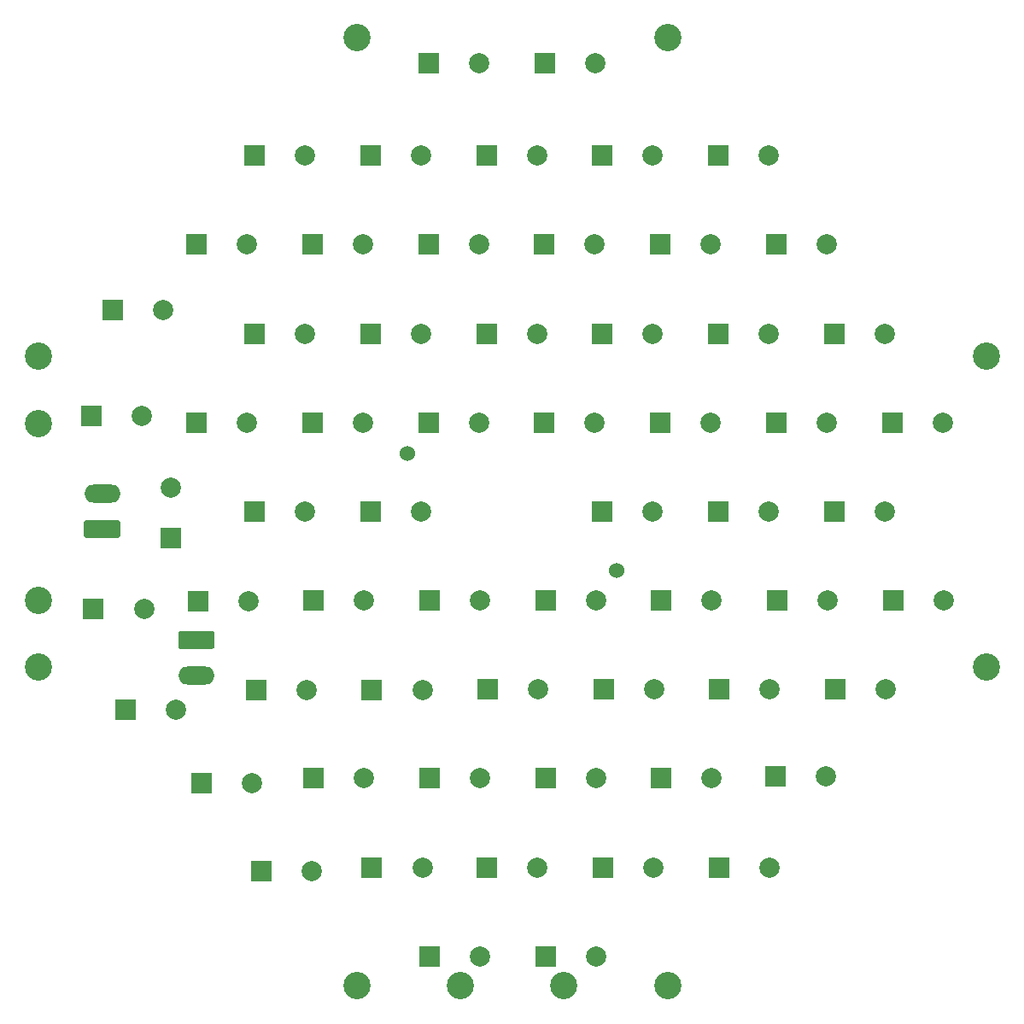
<source format=gbr>
%TF.GenerationSoftware,KiCad,Pcbnew,5.1.10*%
%TF.CreationDate,2021-07-04T18:04:24+02:00*%
%TF.ProjectId,test_10,74657374-5f31-4302-9e6b-696361645f70,0.1*%
%TF.SameCoordinates,Original*%
%TF.FileFunction,Soldermask,Bot*%
%TF.FilePolarity,Negative*%
%FSLAX46Y46*%
G04 Gerber Fmt 4.6, Leading zero omitted, Abs format (unit mm)*
G04 Created by KiCad (PCBNEW 5.1.10) date 2021-07-04 18:04:24*
%MOMM*%
%LPD*%
G01*
G04 APERTURE LIST*
%ADD10C,2.000000*%
%ADD11R,2.000000X2.000000*%
%ADD12C,1.524000*%
%ADD13O,3.600000X1.800000*%
%ADD14C,2.700000*%
G04 APERTURE END LIST*
D10*
%TO.C,LS62*%
X363300000Y-240500000D03*
D11*
X358300000Y-240500000D03*
%TD*%
D10*
%TO.C,LS61*%
X408300000Y-294100000D03*
D11*
X403300000Y-294100000D03*
%TD*%
D10*
%TO.C,LS60*%
X396800000Y-294100000D03*
D11*
X391800000Y-294100000D03*
%TD*%
D12*
%TO.C,D1*%
X410362593Y-255788495D03*
X389637407Y-244211505D03*
%TD*%
D13*
%TO.C,J2*%
X359350000Y-248200000D03*
G36*
G01*
X360900000Y-252600000D02*
X357800000Y-252600000D01*
G75*
G02*
X357550000Y-252350000I0J250000D01*
G01*
X357550000Y-251050000D01*
G75*
G02*
X357800000Y-250800000I250000J0D01*
G01*
X360900000Y-250800000D01*
G75*
G02*
X361150000Y-251050000I0J-250000D01*
G01*
X361150000Y-252350000D01*
G75*
G02*
X360900000Y-252600000I-250000J0D01*
G01*
G37*
%TD*%
D10*
%TO.C,LS59*%
X380100000Y-285600000D03*
D11*
X375100000Y-285600000D03*
%TD*%
D10*
%TO.C,LS58*%
X391100000Y-285300000D03*
D11*
X386100000Y-285300000D03*
%TD*%
D10*
%TO.C,LS32*%
X431300000Y-258750000D03*
D11*
X426300000Y-258750000D03*
%TD*%
D10*
%TO.C,LS56*%
X425550000Y-267600000D03*
D11*
X420550000Y-267600000D03*
%TD*%
D10*
%TO.C,LS57*%
X396800000Y-276400000D03*
D11*
X391800000Y-276400000D03*
%TD*%
D10*
%TO.C,LS55*%
X431200000Y-241200000D03*
D11*
X426200000Y-241200000D03*
%TD*%
D10*
%TO.C,LS54*%
X425450000Y-250000000D03*
D11*
X420450000Y-250000000D03*
%TD*%
D10*
%TO.C,LS53*%
X419800000Y-258750000D03*
D11*
X414800000Y-258750000D03*
%TD*%
D10*
%TO.C,LS52*%
X414050000Y-267600000D03*
D11*
X409050000Y-267600000D03*
%TD*%
D10*
%TO.C,LS51*%
X436950000Y-250000000D03*
D11*
X431950000Y-250000000D03*
%TD*%
D10*
%TO.C,LS50*%
X396750000Y-205500000D03*
D11*
X391750000Y-205500000D03*
%TD*%
D10*
%TO.C,LS49*%
X390950000Y-232350000D03*
D11*
X385950000Y-232350000D03*
%TD*%
D10*
%TO.C,LS48*%
X396700000Y-223500000D03*
D11*
X391700000Y-223500000D03*
%TD*%
D10*
%TO.C,LS47*%
X413950000Y-214650000D03*
D11*
X408950000Y-214650000D03*
%TD*%
D10*
%TO.C,LS46*%
X366700000Y-269600000D03*
D11*
X361700000Y-269600000D03*
%TD*%
D10*
%TO.C,LS45*%
X379450000Y-250000000D03*
D11*
X374450000Y-250000000D03*
%TD*%
D10*
%TO.C,LS44*%
X385200000Y-241200000D03*
D11*
X380200000Y-241200000D03*
%TD*%
D10*
%TO.C,LS43*%
X402450000Y-232350000D03*
D11*
X397450000Y-232350000D03*
%TD*%
D10*
%TO.C,LS42*%
X408200000Y-223500000D03*
D11*
X403200000Y-223500000D03*
%TD*%
D10*
%TO.C,LS41*%
X425450000Y-214650000D03*
D11*
X420450000Y-214650000D03*
%TD*%
D10*
%TO.C,LS19*%
X408200000Y-241200000D03*
D11*
X403200000Y-241200000D03*
%TD*%
D10*
%TO.C,LS10*%
X419800000Y-276400000D03*
D11*
X414800000Y-276400000D03*
%TD*%
D10*
%TO.C,LS38*%
X373850000Y-258850000D03*
D11*
X368850000Y-258850000D03*
%TD*%
D10*
%TO.C,LS37*%
X402500000Y-285250000D03*
D11*
X397500000Y-285250000D03*
%TD*%
D10*
%TO.C,LS31*%
X391100000Y-267700000D03*
D11*
X386100000Y-267700000D03*
%TD*%
D10*
%TO.C,LS40*%
X385300000Y-276400000D03*
D11*
X380300000Y-276400000D03*
%TD*%
D10*
%TO.C,LS39*%
X442700000Y-241200000D03*
D11*
X437700000Y-241200000D03*
%TD*%
D10*
%TO.C,LS36*%
X408300000Y-276400000D03*
D11*
X403300000Y-276400000D03*
%TD*%
D10*
%TO.C,LS35*%
X437050000Y-267600000D03*
D11*
X432050000Y-267600000D03*
%TD*%
D10*
%TO.C,LS34*%
X442800000Y-258750000D03*
D11*
X437800000Y-258750000D03*
%TD*%
D10*
%TO.C,LS33*%
X431100000Y-276250000D03*
D11*
X426100000Y-276250000D03*
%TD*%
D10*
%TO.C,LS20*%
X373700000Y-241200000D03*
D11*
X368700000Y-241200000D03*
%TD*%
D10*
%TO.C,LS18*%
X436950000Y-232350000D03*
D11*
X431950000Y-232350000D03*
%TD*%
D10*
%TO.C,LS17*%
X419700000Y-241200000D03*
D11*
X414700000Y-241200000D03*
%TD*%
D10*
%TO.C,LS16*%
X413950000Y-250000000D03*
D11*
X408950000Y-250000000D03*
%TD*%
D10*
%TO.C,LS15*%
X408300000Y-258750000D03*
D11*
X403300000Y-258750000D03*
%TD*%
D10*
%TO.C,LS14*%
X402550000Y-267600000D03*
D11*
X397550000Y-267600000D03*
%TD*%
D10*
%TO.C,LS13*%
X408250000Y-205500000D03*
D11*
X403250000Y-205500000D03*
%TD*%
D10*
%TO.C,LS12*%
X431200000Y-223500000D03*
D11*
X426200000Y-223500000D03*
%TD*%
D10*
%TO.C,LS11*%
X425450000Y-232350000D03*
D11*
X420450000Y-232350000D03*
%TD*%
D10*
%TO.C,LS30*%
X414000000Y-285250000D03*
D11*
X409000000Y-285250000D03*
%TD*%
D10*
%TO.C,LS29*%
X363500000Y-259600000D03*
D11*
X358500000Y-259600000D03*
%TD*%
D10*
%TO.C,LS28*%
X396800000Y-258750000D03*
D11*
X391800000Y-258750000D03*
%TD*%
D10*
%TO.C,LS27*%
X379600000Y-267700000D03*
D11*
X374600000Y-267700000D03*
%TD*%
D10*
%TO.C,LS26*%
X366200000Y-247600000D03*
D11*
X366200000Y-252600000D03*
%TD*%
D10*
%TO.C,LS25*%
X419700000Y-223500000D03*
D11*
X414700000Y-223500000D03*
%TD*%
D10*
%TO.C,LS24*%
X413950000Y-232350000D03*
D11*
X408950000Y-232350000D03*
%TD*%
D10*
%TO.C,LS23*%
X396700000Y-241200000D03*
D11*
X391700000Y-241200000D03*
%TD*%
D10*
%TO.C,LS22*%
X390950000Y-250000000D03*
D11*
X385950000Y-250000000D03*
%TD*%
D10*
%TO.C,LS21*%
X385300000Y-258750000D03*
D11*
X380300000Y-258750000D03*
%TD*%
D10*
%TO.C,LS9*%
X379450000Y-214650000D03*
D11*
X374450000Y-214650000D03*
%TD*%
D10*
%TO.C,LS8*%
X365400000Y-230000000D03*
D11*
X360400000Y-230000000D03*
%TD*%
D10*
%TO.C,LS7*%
X373700000Y-223500000D03*
D11*
X368700000Y-223500000D03*
%TD*%
D10*
%TO.C,LS6*%
X390950000Y-214650000D03*
D11*
X385950000Y-214650000D03*
%TD*%
D10*
%TO.C,LS5*%
X425500000Y-285250000D03*
D11*
X420500000Y-285250000D03*
%TD*%
D10*
%TO.C,LS4*%
X379450000Y-232350000D03*
D11*
X374450000Y-232350000D03*
%TD*%
D10*
%TO.C,LS3*%
X385200000Y-223500000D03*
D11*
X380200000Y-223500000D03*
%TD*%
D10*
%TO.C,LS2*%
X402450000Y-214650000D03*
D11*
X397450000Y-214650000D03*
%TD*%
D10*
%TO.C,LS1*%
X374200000Y-276900000D03*
D11*
X369200000Y-276900000D03*
%TD*%
D13*
%TO.C,J1*%
X368700000Y-266200000D03*
G36*
G01*
X367150000Y-261800000D02*
X370250000Y-261800000D01*
G75*
G02*
X370500000Y-262050000I0J-250000D01*
G01*
X370500000Y-263350000D01*
G75*
G02*
X370250000Y-263600000I-250000J0D01*
G01*
X367150000Y-263600000D01*
G75*
G02*
X366900000Y-263350000I0J250000D01*
G01*
X366900000Y-262050000D01*
G75*
G02*
X367150000Y-261800000I250000J0D01*
G01*
G37*
%TD*%
D14*
%TO.C,H12*%
X394866666Y-297000000D03*
%TD*%
%TO.C,H11*%
X405133332Y-297000000D03*
%TD*%
%TO.C,H10*%
X384600000Y-203000000D03*
%TD*%
%TO.C,H9*%
X415400000Y-297000000D03*
%TD*%
%TO.C,H8*%
X447000000Y-234600000D03*
%TD*%
%TO.C,H7*%
X447000000Y-265400000D03*
%TD*%
%TO.C,H6*%
X353000000Y-258736250D03*
%TD*%
%TO.C,H5*%
X353000000Y-241263750D03*
%TD*%
%TO.C,H4*%
X384600000Y-297000000D03*
%TD*%
%TO.C,H3*%
X353000000Y-265400000D03*
%TD*%
%TO.C,H2*%
X415400000Y-203000000D03*
%TD*%
%TO.C,H1*%
X353000000Y-234600000D03*
%TD*%
M02*

</source>
